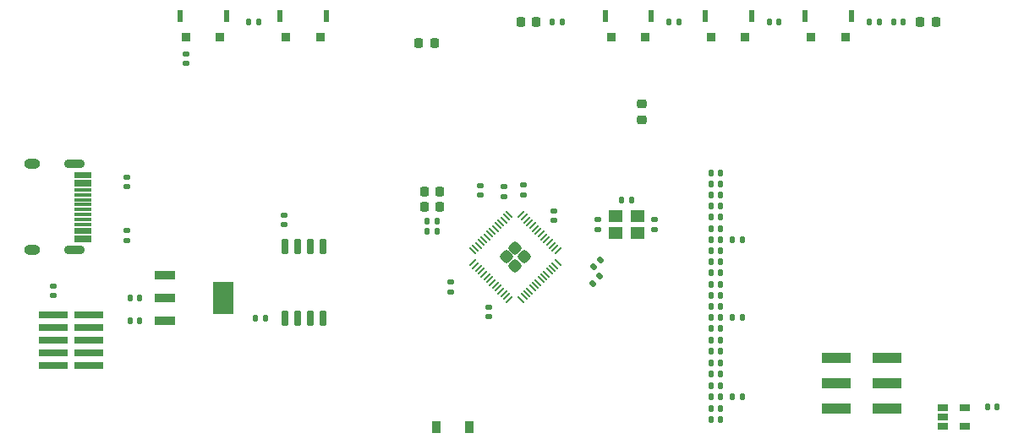
<source format=gtp>
G04 #@! TF.GenerationSoftware,KiCad,Pcbnew,6.0.7-f9a2dced07~116~ubuntu22.04.1*
G04 #@! TF.CreationDate,2022-09-25T15:05:22-07:00*
G04 #@! TF.ProjectId,rc2014compat-pico-vga,72633230-3134-4636-9f6d-7061742d7069,rev?*
G04 #@! TF.SameCoordinates,Original*
G04 #@! TF.FileFunction,Paste,Top*
G04 #@! TF.FilePolarity,Positive*
%FSLAX46Y46*%
G04 Gerber Fmt 4.6, Leading zero omitted, Abs format (unit mm)*
G04 Created by KiCad (PCBNEW 6.0.7-f9a2dced07~116~ubuntu22.04.1) date 2022-09-25 15:05:22*
%MOMM*%
%LPD*%
G01*
G04 APERTURE LIST*
G04 Aperture macros list*
%AMRoundRect*
0 Rectangle with rounded corners*
0 $1 Rounding radius*
0 $2 $3 $4 $5 $6 $7 $8 $9 X,Y pos of 4 corners*
0 Add a 4 corners polygon primitive as box body*
4,1,4,$2,$3,$4,$5,$6,$7,$8,$9,$2,$3,0*
0 Add four circle primitives for the rounded corners*
1,1,$1+$1,$2,$3*
1,1,$1+$1,$4,$5*
1,1,$1+$1,$6,$7*
1,1,$1+$1,$8,$9*
0 Add four rect primitives between the rounded corners*
20,1,$1+$1,$2,$3,$4,$5,0*
20,1,$1+$1,$4,$5,$6,$7,0*
20,1,$1+$1,$6,$7,$8,$9,0*
20,1,$1+$1,$8,$9,$2,$3,0*%
G04 Aperture macros list end*
%ADD10RoundRect,0.218750X-0.218750X-0.256250X0.218750X-0.256250X0.218750X0.256250X-0.218750X0.256250X0*%
%ADD11RoundRect,0.147500X0.147500X0.172500X-0.147500X0.172500X-0.147500X-0.172500X0.147500X-0.172500X0*%
%ADD12R,3.000000X1.000000*%
%ADD13R,0.900000X0.900000*%
%ADD14R,0.600000X1.200000*%
%ADD15RoundRect,0.147500X0.172500X-0.147500X0.172500X0.147500X-0.172500X0.147500X-0.172500X-0.147500X0*%
%ADD16RoundRect,0.147500X-0.172500X0.147500X-0.172500X-0.147500X0.172500X-0.147500X0.172500X0.147500X0*%
%ADD17RoundRect,0.147500X0.017678X-0.226274X0.226274X-0.017678X-0.017678X0.226274X-0.226274X0.017678X0*%
%ADD18RoundRect,0.147500X-0.147500X-0.172500X0.147500X-0.172500X0.147500X0.172500X-0.147500X0.172500X0*%
%ADD19RoundRect,0.218750X0.218750X0.256250X-0.218750X0.256250X-0.218750X-0.256250X0.218750X-0.256250X0*%
%ADD20R,1.060000X0.650000*%
%ADD21R,0.900000X1.200000*%
%ADD22R,2.997200X0.762000*%
%ADD23R,1.750000X0.300000*%
%ADD24O,1.600000X1.000000*%
%ADD25O,2.100000X0.900000*%
%ADD26RoundRect,0.218750X-0.256250X0.218750X-0.256250X-0.218750X0.256250X-0.218750X0.256250X0.218750X0*%
%ADD27RoundRect,0.150000X0.150000X-0.650000X0.150000X0.650000X-0.150000X0.650000X-0.150000X-0.650000X0*%
%ADD28RoundRect,0.250000X0.000000X-0.413257X0.413257X0.000000X0.000000X0.413257X-0.413257X0.000000X0*%
%ADD29RoundRect,0.050000X-0.238649X-0.309359X0.309359X0.238649X0.238649X0.309359X-0.309359X-0.238649X0*%
%ADD30RoundRect,0.050000X0.238649X-0.309359X0.309359X-0.238649X-0.238649X0.309359X-0.309359X0.238649X0*%
%ADD31R,1.400000X1.200000*%
%ADD32R,2.150000X0.950000*%
%ADD33R,2.150000X3.250000*%
G04 APERTURE END LIST*
D10*
G04 #@! TO.C,R37*
X194335300Y-121920000D03*
X195910300Y-121920000D03*
G04 #@! TD*
D11*
G04 #@! TO.C,R21*
X224005000Y-136779000D03*
X223035000Y-136779000D03*
G04 #@! TD*
D12*
G04 #@! TO.C,SW5*
X235585000Y-143637000D03*
X235585000Y-141097000D03*
X235585000Y-138547000D03*
X240665000Y-143637000D03*
X240665000Y-141097000D03*
X240665000Y-138557000D03*
G04 #@! TD*
D13*
G04 #@! TO.C,SW1*
X183912000Y-106360000D03*
X180512000Y-106360000D03*
D14*
X184512000Y-104310000D03*
X179912000Y-104310000D03*
G04 #@! TD*
D15*
G04 #@! TO.C,C14*
X204266800Y-122201800D03*
X204266800Y-121231800D03*
G04 #@! TD*
D11*
G04 #@! TO.C,R10*
X224005000Y-144780000D03*
X223035000Y-144780000D03*
G04 #@! TD*
D16*
G04 #@! TO.C,C17*
X200761600Y-133474600D03*
X200761600Y-134444600D03*
G04 #@! TD*
D11*
G04 #@! TO.C,R13*
X224005000Y-130048000D03*
X223035000Y-130048000D03*
G04 #@! TD*
G04 #@! TO.C,R9*
X224005000Y-143637000D03*
X223035000Y-143637000D03*
G04 #@! TD*
D17*
G04 #@! TO.C,C8*
X211289853Y-129451147D03*
X211975747Y-128765253D03*
G04 #@! TD*
D18*
G04 #@! TO.C,R33*
X214094200Y-122732800D03*
X215064200Y-122732800D03*
G04 #@! TD*
D16*
G04 #@! TO.C,R16*
X164592000Y-125803800D03*
X164592000Y-126773800D03*
G04 #@! TD*
D18*
G04 #@! TO.C,R1*
X218844000Y-104902000D03*
X219814000Y-104902000D03*
G04 #@! TD*
D19*
G04 #@! TO.C,D1*
X245577500Y-104910000D03*
X244002500Y-104910000D03*
G04 #@! TD*
D18*
G04 #@! TO.C,R35*
X177467400Y-134569200D03*
X178437400Y-134569200D03*
G04 #@! TD*
D16*
G04 #@! TO.C,C11*
X197002400Y-130985400D03*
X197002400Y-131955400D03*
G04 #@! TD*
D11*
G04 #@! TO.C,R3*
X224005000Y-137922000D03*
X223035000Y-137922000D03*
G04 #@! TD*
G04 #@! TO.C,R5*
X224005000Y-141351000D03*
X223035000Y-141351000D03*
G04 #@! TD*
D15*
G04 #@! TO.C,C16*
X157226000Y-132311000D03*
X157226000Y-131341000D03*
G04 #@! TD*
D13*
G04 #@! TO.C,SW4*
X236490000Y-106360000D03*
X233090000Y-106360000D03*
D14*
X232490000Y-104310000D03*
X237090000Y-104310000D03*
G04 #@! TD*
D11*
G04 #@! TO.C,R24*
X224005000Y-122224800D03*
X223035000Y-122224800D03*
G04 #@! TD*
D13*
G04 #@! TO.C,SW6*
X173912000Y-106360000D03*
X170512000Y-106360000D03*
D14*
X169912000Y-104310000D03*
X174512000Y-104310000D03*
G04 #@! TD*
D11*
G04 #@! TO.C,R30*
X224005000Y-127812800D03*
X223035000Y-127812800D03*
G04 #@! TD*
G04 #@! TO.C,C3*
X165839000Y-134823200D03*
X164869000Y-134823200D03*
G04 #@! TD*
D20*
G04 #@! TO.C,U1*
X246296000Y-143525200D03*
X246296000Y-144475200D03*
X246296000Y-145425200D03*
X248496000Y-145425200D03*
X248496000Y-143525200D03*
G04 #@! TD*
D11*
G04 #@! TO.C,R23*
X224005000Y-123342400D03*
X223035000Y-123342400D03*
G04 #@! TD*
D10*
G04 #@! TO.C,D3*
X204002500Y-104910000D03*
X205577500Y-104910000D03*
G04 #@! TD*
D11*
G04 #@! TO.C,R2*
X224005000Y-139065000D03*
X223035000Y-139065000D03*
G04 #@! TD*
G04 #@! TO.C,R7*
X224005000Y-142494000D03*
X223035000Y-142494000D03*
G04 #@! TD*
D15*
G04 #@! TO.C,C6*
X211734400Y-125656200D03*
X211734400Y-124686200D03*
G04 #@! TD*
D11*
G04 #@! TO.C,R32*
X224005000Y-119989600D03*
X223035000Y-119989600D03*
G04 #@! TD*
G04 #@! TO.C,R29*
X224005000Y-128930400D03*
X223035000Y-128930400D03*
G04 #@! TD*
D21*
G04 #@! TO.C,D2*
X195555600Y-145542000D03*
X198855600Y-145542000D03*
G04 #@! TD*
D18*
G04 #@! TO.C,R22*
X238910000Y-104902000D03*
X239880000Y-104902000D03*
G04 #@! TD*
D15*
G04 #@! TO.C,C10*
X199948800Y-122252600D03*
X199948800Y-121282600D03*
G04 #@! TD*
D11*
G04 #@! TO.C,R27*
X226164000Y-126695200D03*
X225194000Y-126695200D03*
G04 #@! TD*
D15*
G04 #@! TO.C,C18*
X207314800Y-124792600D03*
X207314800Y-123822600D03*
G04 #@! TD*
D11*
G04 #@! TO.C,R38*
X208130000Y-104902000D03*
X207160000Y-104902000D03*
G04 #@! TD*
D13*
G04 #@! TO.C,SW2*
X216490000Y-106360000D03*
X213090000Y-106360000D03*
D14*
X212490000Y-104310000D03*
X217090000Y-104310000D03*
G04 #@! TD*
D22*
G04 #@! TO.C,J6*
X157226000Y-134239000D03*
X160782000Y-134239000D03*
X157226000Y-135509000D03*
X160782000Y-135509000D03*
X157226000Y-136779000D03*
X160782000Y-136779000D03*
X157226000Y-138049000D03*
X160782000Y-138049000D03*
X157226000Y-139319000D03*
X160782000Y-139319000D03*
G04 #@! TD*
D13*
G04 #@! TO.C,SW3*
X226490000Y-106360000D03*
X223090000Y-106360000D03*
D14*
X227090000Y-104310000D03*
X222490000Y-104310000D03*
G04 #@! TD*
D11*
G04 #@! TO.C,R20*
X224005000Y-135636000D03*
X223035000Y-135636000D03*
G04 #@! TD*
D23*
G04 #@! TO.C,J3*
X160122000Y-120094000D03*
X160122000Y-120894000D03*
X160122000Y-122194000D03*
X160122000Y-123194000D03*
X160122000Y-123694000D03*
X160122000Y-124694000D03*
X160122000Y-125994000D03*
X160122000Y-126794000D03*
X160122000Y-126494000D03*
X160122000Y-125694000D03*
X160122000Y-125194000D03*
X160122000Y-124194000D03*
X160122000Y-122694000D03*
X160122000Y-121694000D03*
X160122000Y-121194000D03*
X160122000Y-120394000D03*
D24*
X155102000Y-127764000D03*
D25*
X159282000Y-119124000D03*
X159282000Y-127764000D03*
D24*
X155102000Y-119124000D03*
G04 #@! TD*
D11*
G04 #@! TO.C,C15*
X195607800Y-124815600D03*
X194637800Y-124815600D03*
G04 #@! TD*
D26*
G04 #@! TO.C,C1*
X216154000Y-113106100D03*
X216154000Y-114681100D03*
G04 #@! TD*
D11*
G04 #@! TO.C,R17*
X226164000Y-134518400D03*
X225194000Y-134518400D03*
G04 #@! TD*
G04 #@! TO.C,R28*
X224005000Y-126695200D03*
X223035000Y-126695200D03*
G04 #@! TD*
G04 #@! TO.C,R15*
X224005000Y-133400800D03*
X223035000Y-133400800D03*
G04 #@! TD*
D18*
G04 #@! TO.C,C5*
X250721000Y-143510000D03*
X251691000Y-143510000D03*
G04 #@! TD*
D27*
G04 #@! TO.C,U3*
X180365400Y-134562400D03*
X181635400Y-134562400D03*
X182905400Y-134562400D03*
X184175400Y-134562400D03*
X184175400Y-127362400D03*
X182905400Y-127362400D03*
X181635400Y-127362400D03*
X180365400Y-127362400D03*
G04 #@! TD*
D28*
G04 #@! TO.C,U2*
X203449300Y-129336661D03*
X202547739Y-128435100D03*
X204350861Y-128435100D03*
X203449300Y-127533539D03*
D29*
X199180143Y-129027302D03*
X199462986Y-129310145D03*
X199745828Y-129592987D03*
X200028671Y-129875830D03*
X200311514Y-130158673D03*
X200594356Y-130441515D03*
X200877199Y-130724358D03*
X201160042Y-131007201D03*
X201442885Y-131290044D03*
X201725727Y-131572886D03*
X202008570Y-131855729D03*
X202291413Y-132138572D03*
X202574255Y-132421414D03*
X202857098Y-132704257D03*
D30*
X204041502Y-132704257D03*
X204324345Y-132421414D03*
X204607187Y-132138572D03*
X204890030Y-131855729D03*
X205172873Y-131572886D03*
X205455715Y-131290044D03*
X205738558Y-131007201D03*
X206021401Y-130724358D03*
X206304244Y-130441515D03*
X206587086Y-130158673D03*
X206869929Y-129875830D03*
X207152772Y-129592987D03*
X207435614Y-129310145D03*
X207718457Y-129027302D03*
D29*
X207718457Y-127842898D03*
X207435614Y-127560055D03*
X207152772Y-127277213D03*
X206869929Y-126994370D03*
X206587086Y-126711527D03*
X206304244Y-126428685D03*
X206021401Y-126145842D03*
X205738558Y-125862999D03*
X205455715Y-125580156D03*
X205172873Y-125297314D03*
X204890030Y-125014471D03*
X204607187Y-124731628D03*
X204324345Y-124448786D03*
X204041502Y-124165943D03*
D30*
X202857098Y-124165943D03*
X202574255Y-124448786D03*
X202291413Y-124731628D03*
X202008570Y-125014471D03*
X201725727Y-125297314D03*
X201442885Y-125580156D03*
X201160042Y-125862999D03*
X200877199Y-126145842D03*
X200594356Y-126428685D03*
X200311514Y-126711527D03*
X200028671Y-126994370D03*
X199745828Y-127277213D03*
X199462986Y-127560055D03*
X199180143Y-127842898D03*
G04 #@! TD*
D11*
G04 #@! TO.C,R14*
X224005000Y-132283200D03*
X223035000Y-132283200D03*
G04 #@! TD*
D15*
G04 #@! TO.C,C12*
X180340000Y-125199000D03*
X180340000Y-124229000D03*
G04 #@! TD*
G04 #@! TO.C,R39*
X170484800Y-109044600D03*
X170484800Y-108074600D03*
G04 #@! TD*
G04 #@! TO.C,C19*
X202336400Y-122354200D03*
X202336400Y-121384200D03*
G04 #@! TD*
D11*
G04 #@! TO.C,C9*
X195607800Y-125882400D03*
X194637800Y-125882400D03*
G04 #@! TD*
D31*
G04 #@! TO.C,X1*
X213479200Y-126021200D03*
X215679200Y-126021200D03*
X215679200Y-124321200D03*
X213479200Y-124321200D03*
G04 #@! TD*
D10*
G04 #@! TO.C,R36*
X194335300Y-123444000D03*
X195910300Y-123444000D03*
G04 #@! TD*
D18*
G04 #@! TO.C,R34*
X176756200Y-104902000D03*
X177726200Y-104902000D03*
G04 #@! TD*
D32*
G04 #@! TO.C,VR1*
X168397600Y-130237200D03*
X168397600Y-132537200D03*
X168397600Y-134837200D03*
D33*
X174197600Y-132537200D03*
G04 #@! TD*
D11*
G04 #@! TO.C,C4*
X165839000Y-132537200D03*
X164869000Y-132537200D03*
G04 #@! TD*
D19*
G04 #@! TO.C,C2*
X195351500Y-106984800D03*
X193776500Y-106984800D03*
G04 #@! TD*
D11*
G04 #@! TO.C,R4*
X224005000Y-140208000D03*
X223035000Y-140208000D03*
G04 #@! TD*
G04 #@! TO.C,R6*
X226164000Y-142494000D03*
X225194000Y-142494000D03*
G04 #@! TD*
G04 #@! TO.C,R12*
X224005000Y-131165600D03*
X223035000Y-131165600D03*
G04 #@! TD*
D15*
G04 #@! TO.C,R19*
X164592000Y-121389000D03*
X164592000Y-120419000D03*
G04 #@! TD*
D17*
G04 #@! TO.C,C13*
X211188253Y-131076747D03*
X211874147Y-130390853D03*
G04 #@! TD*
D11*
G04 #@! TO.C,R18*
X224005000Y-134518400D03*
X223035000Y-134518400D03*
G04 #@! TD*
G04 #@! TO.C,R26*
X224005000Y-125577600D03*
X223035000Y-125577600D03*
G04 #@! TD*
G04 #@! TO.C,R25*
X224005000Y-124460000D03*
X223035000Y-124460000D03*
G04 #@! TD*
D18*
G04 #@! TO.C,R8*
X241323000Y-104902000D03*
X242293000Y-104902000D03*
G04 #@! TD*
D11*
G04 #@! TO.C,R31*
X224005000Y-121107200D03*
X223035000Y-121107200D03*
G04 #@! TD*
D15*
G04 #@! TO.C,C7*
X217424000Y-125656200D03*
X217424000Y-124686200D03*
G04 #@! TD*
D18*
G04 #@! TO.C,R11*
X228877000Y-104902000D03*
X229847000Y-104902000D03*
G04 #@! TD*
M02*

</source>
